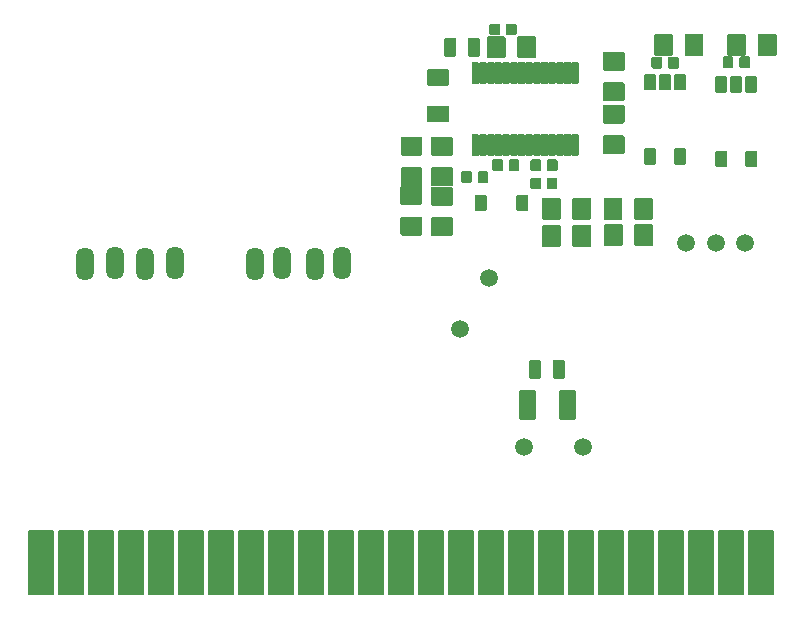
<source format=gbr>
%TF.GenerationSoftware,KiCad,Pcbnew,(5.1.10)-1*%
%TF.CreationDate,2022-07-01T20:44:37+09:00*%
%TF.ProjectId,DriveUnit_B-series(ver1.0),44726976-6555-46e6-9974-5f422d736572,rev?*%
%TF.SameCoordinates,Original*%
%TF.FileFunction,Soldermask,Bot*%
%TF.FilePolarity,Negative*%
%FSLAX46Y46*%
G04 Gerber Fmt 4.6, Leading zero omitted, Abs format (unit mm)*
G04 Created by KiCad (PCBNEW (5.1.10)-1) date 2022-07-01 20:44:37*
%MOMM*%
%LPD*%
G01*
G04 APERTURE LIST*
%ADD10O,1.511200X2.819200*%
%ADD11C,1.511200*%
G04 APERTURE END LIST*
D10*
%TO.C,3813-HA1*%
X129371100Y-100783600D03*
X124291100Y-100783600D03*
%TD*%
%TO.C,3813-HB1*%
X143491100Y-100783600D03*
X138411100Y-100783600D03*
%TD*%
%TO.C,3813-LA1*%
X121711100Y-100863600D03*
X126791100Y-100863600D03*
%TD*%
%TO.C,3813-LB1*%
X136101100Y-100863600D03*
X141181100Y-100863600D03*
%TD*%
%TO.C,IC1*%
G36*
G01*
X163567700Y-83858600D02*
X163567700Y-85508600D01*
G75*
G02*
X163466100Y-85610200I-101600J0D01*
G01*
X163016100Y-85610200D01*
G75*
G02*
X162914500Y-85508600I0J101600D01*
G01*
X162914500Y-83858600D01*
G75*
G02*
X163016100Y-83757000I101600J0D01*
G01*
X163466100Y-83757000D01*
G75*
G02*
X163567700Y-83858600I0J-101600D01*
G01*
G37*
G36*
G01*
X162917700Y-83858600D02*
X162917700Y-85508600D01*
G75*
G02*
X162816100Y-85610200I-101600J0D01*
G01*
X162366100Y-85610200D01*
G75*
G02*
X162264500Y-85508600I0J101600D01*
G01*
X162264500Y-83858600D01*
G75*
G02*
X162366100Y-83757000I101600J0D01*
G01*
X162816100Y-83757000D01*
G75*
G02*
X162917700Y-83858600I0J-101600D01*
G01*
G37*
G36*
G01*
X162267700Y-83858600D02*
X162267700Y-85508600D01*
G75*
G02*
X162166100Y-85610200I-101600J0D01*
G01*
X161716100Y-85610200D01*
G75*
G02*
X161614500Y-85508600I0J101600D01*
G01*
X161614500Y-83858600D01*
G75*
G02*
X161716100Y-83757000I101600J0D01*
G01*
X162166100Y-83757000D01*
G75*
G02*
X162267700Y-83858600I0J-101600D01*
G01*
G37*
G36*
G01*
X161617700Y-83858600D02*
X161617700Y-85508600D01*
G75*
G02*
X161516100Y-85610200I-101600J0D01*
G01*
X161066100Y-85610200D01*
G75*
G02*
X160964500Y-85508600I0J101600D01*
G01*
X160964500Y-83858600D01*
G75*
G02*
X161066100Y-83757000I101600J0D01*
G01*
X161516100Y-83757000D01*
G75*
G02*
X161617700Y-83858600I0J-101600D01*
G01*
G37*
G36*
G01*
X160967700Y-83858600D02*
X160967700Y-85508600D01*
G75*
G02*
X160866100Y-85610200I-101600J0D01*
G01*
X160416100Y-85610200D01*
G75*
G02*
X160314500Y-85508600I0J101600D01*
G01*
X160314500Y-83858600D01*
G75*
G02*
X160416100Y-83757000I101600J0D01*
G01*
X160866100Y-83757000D01*
G75*
G02*
X160967700Y-83858600I0J-101600D01*
G01*
G37*
G36*
G01*
X160317700Y-83858600D02*
X160317700Y-85508600D01*
G75*
G02*
X160216100Y-85610200I-101600J0D01*
G01*
X159766100Y-85610200D01*
G75*
G02*
X159664500Y-85508600I0J101600D01*
G01*
X159664500Y-83858600D01*
G75*
G02*
X159766100Y-83757000I101600J0D01*
G01*
X160216100Y-83757000D01*
G75*
G02*
X160317700Y-83858600I0J-101600D01*
G01*
G37*
G36*
G01*
X159667700Y-83858600D02*
X159667700Y-85508600D01*
G75*
G02*
X159566100Y-85610200I-101600J0D01*
G01*
X159116100Y-85610200D01*
G75*
G02*
X159014500Y-85508600I0J101600D01*
G01*
X159014500Y-83858600D01*
G75*
G02*
X159116100Y-83757000I101600J0D01*
G01*
X159566100Y-83757000D01*
G75*
G02*
X159667700Y-83858600I0J-101600D01*
G01*
G37*
G36*
G01*
X159017700Y-83858600D02*
X159017700Y-85508600D01*
G75*
G02*
X158916100Y-85610200I-101600J0D01*
G01*
X158466100Y-85610200D01*
G75*
G02*
X158364500Y-85508600I0J101600D01*
G01*
X158364500Y-83858600D01*
G75*
G02*
X158466100Y-83757000I101600J0D01*
G01*
X158916100Y-83757000D01*
G75*
G02*
X159017700Y-83858600I0J-101600D01*
G01*
G37*
G36*
G01*
X158367700Y-83858600D02*
X158367700Y-85508600D01*
G75*
G02*
X158266100Y-85610200I-101600J0D01*
G01*
X157816100Y-85610200D01*
G75*
G02*
X157714500Y-85508600I0J101600D01*
G01*
X157714500Y-83858600D01*
G75*
G02*
X157816100Y-83757000I101600J0D01*
G01*
X158266100Y-83757000D01*
G75*
G02*
X158367700Y-83858600I0J-101600D01*
G01*
G37*
G36*
G01*
X157717700Y-83858600D02*
X157717700Y-85508600D01*
G75*
G02*
X157616100Y-85610200I-101600J0D01*
G01*
X157166100Y-85610200D01*
G75*
G02*
X157064500Y-85508600I0J101600D01*
G01*
X157064500Y-83858600D01*
G75*
G02*
X157166100Y-83757000I101600J0D01*
G01*
X157616100Y-83757000D01*
G75*
G02*
X157717700Y-83858600I0J-101600D01*
G01*
G37*
G36*
G01*
X157067700Y-83858600D02*
X157067700Y-85508600D01*
G75*
G02*
X156966100Y-85610200I-101600J0D01*
G01*
X156516100Y-85610200D01*
G75*
G02*
X156414500Y-85508600I0J101600D01*
G01*
X156414500Y-83858600D01*
G75*
G02*
X156516100Y-83757000I101600J0D01*
G01*
X156966100Y-83757000D01*
G75*
G02*
X157067700Y-83858600I0J-101600D01*
G01*
G37*
G36*
G01*
X156417700Y-83858600D02*
X156417700Y-85508600D01*
G75*
G02*
X156316100Y-85610200I-101600J0D01*
G01*
X155866100Y-85610200D01*
G75*
G02*
X155764500Y-85508600I0J101600D01*
G01*
X155764500Y-83858600D01*
G75*
G02*
X155866100Y-83757000I101600J0D01*
G01*
X156316100Y-83757000D01*
G75*
G02*
X156417700Y-83858600I0J-101600D01*
G01*
G37*
G36*
G01*
X155767700Y-83858600D02*
X155767700Y-85508600D01*
G75*
G02*
X155666100Y-85610200I-101600J0D01*
G01*
X155216100Y-85610200D01*
G75*
G02*
X155114500Y-85508600I0J101600D01*
G01*
X155114500Y-83858600D01*
G75*
G02*
X155216100Y-83757000I101600J0D01*
G01*
X155666100Y-83757000D01*
G75*
G02*
X155767700Y-83858600I0J-101600D01*
G01*
G37*
G36*
G01*
X155117700Y-83858600D02*
X155117700Y-85508600D01*
G75*
G02*
X155016100Y-85610200I-101600J0D01*
G01*
X154566100Y-85610200D01*
G75*
G02*
X154464500Y-85508600I0J101600D01*
G01*
X154464500Y-83858600D01*
G75*
G02*
X154566100Y-83757000I101600J0D01*
G01*
X155016100Y-83757000D01*
G75*
G02*
X155117700Y-83858600I0J-101600D01*
G01*
G37*
G36*
G01*
X155117700Y-89958600D02*
X155117700Y-91608600D01*
G75*
G02*
X155016100Y-91710200I-101600J0D01*
G01*
X154566100Y-91710200D01*
G75*
G02*
X154464500Y-91608600I0J101600D01*
G01*
X154464500Y-89958600D01*
G75*
G02*
X154566100Y-89857000I101600J0D01*
G01*
X155016100Y-89857000D01*
G75*
G02*
X155117700Y-89958600I0J-101600D01*
G01*
G37*
G36*
G01*
X155767700Y-89958600D02*
X155767700Y-91608600D01*
G75*
G02*
X155666100Y-91710200I-101600J0D01*
G01*
X155216100Y-91710200D01*
G75*
G02*
X155114500Y-91608600I0J101600D01*
G01*
X155114500Y-89958600D01*
G75*
G02*
X155216100Y-89857000I101600J0D01*
G01*
X155666100Y-89857000D01*
G75*
G02*
X155767700Y-89958600I0J-101600D01*
G01*
G37*
G36*
G01*
X156417700Y-89958600D02*
X156417700Y-91608600D01*
G75*
G02*
X156316100Y-91710200I-101600J0D01*
G01*
X155866100Y-91710200D01*
G75*
G02*
X155764500Y-91608600I0J101600D01*
G01*
X155764500Y-89958600D01*
G75*
G02*
X155866100Y-89857000I101600J0D01*
G01*
X156316100Y-89857000D01*
G75*
G02*
X156417700Y-89958600I0J-101600D01*
G01*
G37*
G36*
G01*
X157067700Y-89958600D02*
X157067700Y-91608600D01*
G75*
G02*
X156966100Y-91710200I-101600J0D01*
G01*
X156516100Y-91710200D01*
G75*
G02*
X156414500Y-91608600I0J101600D01*
G01*
X156414500Y-89958600D01*
G75*
G02*
X156516100Y-89857000I101600J0D01*
G01*
X156966100Y-89857000D01*
G75*
G02*
X157067700Y-89958600I0J-101600D01*
G01*
G37*
G36*
G01*
X157717700Y-89958600D02*
X157717700Y-91608600D01*
G75*
G02*
X157616100Y-91710200I-101600J0D01*
G01*
X157166100Y-91710200D01*
G75*
G02*
X157064500Y-91608600I0J101600D01*
G01*
X157064500Y-89958600D01*
G75*
G02*
X157166100Y-89857000I101600J0D01*
G01*
X157616100Y-89857000D01*
G75*
G02*
X157717700Y-89958600I0J-101600D01*
G01*
G37*
G36*
G01*
X158367700Y-89958600D02*
X158367700Y-91608600D01*
G75*
G02*
X158266100Y-91710200I-101600J0D01*
G01*
X157816100Y-91710200D01*
G75*
G02*
X157714500Y-91608600I0J101600D01*
G01*
X157714500Y-89958600D01*
G75*
G02*
X157816100Y-89857000I101600J0D01*
G01*
X158266100Y-89857000D01*
G75*
G02*
X158367700Y-89958600I0J-101600D01*
G01*
G37*
G36*
G01*
X159017700Y-89958600D02*
X159017700Y-91608600D01*
G75*
G02*
X158916100Y-91710200I-101600J0D01*
G01*
X158466100Y-91710200D01*
G75*
G02*
X158364500Y-91608600I0J101600D01*
G01*
X158364500Y-89958600D01*
G75*
G02*
X158466100Y-89857000I101600J0D01*
G01*
X158916100Y-89857000D01*
G75*
G02*
X159017700Y-89958600I0J-101600D01*
G01*
G37*
G36*
G01*
X159667700Y-89958600D02*
X159667700Y-91608600D01*
G75*
G02*
X159566100Y-91710200I-101600J0D01*
G01*
X159116100Y-91710200D01*
G75*
G02*
X159014500Y-91608600I0J101600D01*
G01*
X159014500Y-89958600D01*
G75*
G02*
X159116100Y-89857000I101600J0D01*
G01*
X159566100Y-89857000D01*
G75*
G02*
X159667700Y-89958600I0J-101600D01*
G01*
G37*
G36*
G01*
X160317700Y-89958600D02*
X160317700Y-91608600D01*
G75*
G02*
X160216100Y-91710200I-101600J0D01*
G01*
X159766100Y-91710200D01*
G75*
G02*
X159664500Y-91608600I0J101600D01*
G01*
X159664500Y-89958600D01*
G75*
G02*
X159766100Y-89857000I101600J0D01*
G01*
X160216100Y-89857000D01*
G75*
G02*
X160317700Y-89958600I0J-101600D01*
G01*
G37*
G36*
G01*
X160967700Y-89958600D02*
X160967700Y-91608600D01*
G75*
G02*
X160866100Y-91710200I-101600J0D01*
G01*
X160416100Y-91710200D01*
G75*
G02*
X160314500Y-91608600I0J101600D01*
G01*
X160314500Y-89958600D01*
G75*
G02*
X160416100Y-89857000I101600J0D01*
G01*
X160866100Y-89857000D01*
G75*
G02*
X160967700Y-89958600I0J-101600D01*
G01*
G37*
G36*
G01*
X161617700Y-89958600D02*
X161617700Y-91608600D01*
G75*
G02*
X161516100Y-91710200I-101600J0D01*
G01*
X161066100Y-91710200D01*
G75*
G02*
X160964500Y-91608600I0J101600D01*
G01*
X160964500Y-89958600D01*
G75*
G02*
X161066100Y-89857000I101600J0D01*
G01*
X161516100Y-89857000D01*
G75*
G02*
X161617700Y-89958600I0J-101600D01*
G01*
G37*
G36*
G01*
X162267700Y-89958600D02*
X162267700Y-91608600D01*
G75*
G02*
X162166100Y-91710200I-101600J0D01*
G01*
X161716100Y-91710200D01*
G75*
G02*
X161614500Y-91608600I0J101600D01*
G01*
X161614500Y-89958600D01*
G75*
G02*
X161716100Y-89857000I101600J0D01*
G01*
X162166100Y-89857000D01*
G75*
G02*
X162267700Y-89958600I0J-101600D01*
G01*
G37*
G36*
G01*
X163567700Y-89958600D02*
X163567700Y-91608600D01*
G75*
G02*
X163466100Y-91710200I-101600J0D01*
G01*
X163016100Y-91710200D01*
G75*
G02*
X162914500Y-91608600I0J101600D01*
G01*
X162914500Y-89958600D01*
G75*
G02*
X163016100Y-89857000I101600J0D01*
G01*
X163466100Y-89857000D01*
G75*
G02*
X163567700Y-89958600I0J-101600D01*
G01*
G37*
G36*
G01*
X162917700Y-89958600D02*
X162917700Y-91608600D01*
G75*
G02*
X162816100Y-91710200I-101600J0D01*
G01*
X162366100Y-91710200D01*
G75*
G02*
X162264500Y-91608600I0J101600D01*
G01*
X162264500Y-89958600D01*
G75*
G02*
X162366100Y-89857000I101600J0D01*
G01*
X162816100Y-89857000D01*
G75*
G02*
X162917700Y-89958600I0J-101600D01*
G01*
G37*
%TD*%
%TO.C,R15*%
G36*
G01*
X152766101Y-95905200D02*
X151116099Y-95905200D01*
G75*
G02*
X151014500Y-95803601I0J101599D01*
G01*
X151014500Y-94403599D01*
G75*
G02*
X151116099Y-94302000I101599J0D01*
G01*
X152766101Y-94302000D01*
G75*
G02*
X152867700Y-94403599I0J-101599D01*
G01*
X152867700Y-95803601D01*
G75*
G02*
X152766101Y-95905200I-101599J0D01*
G01*
G37*
G36*
G01*
X152766101Y-98505200D02*
X151116099Y-98505200D01*
G75*
G02*
X151014500Y-98403601I0J101599D01*
G01*
X151014500Y-97003599D01*
G75*
G02*
X151116099Y-96902000I101599J0D01*
G01*
X152766101Y-96902000D01*
G75*
G02*
X152867700Y-97003599I0J-101599D01*
G01*
X152867700Y-98403601D01*
G75*
G02*
X152766101Y-98505200I-101599J0D01*
G01*
G37*
%TD*%
%TO.C,R16*%
G36*
G01*
X150196101Y-95845200D02*
X148546099Y-95845200D01*
G75*
G02*
X148444500Y-95743601I0J101599D01*
G01*
X148444500Y-94343599D01*
G75*
G02*
X148546099Y-94242000I101599J0D01*
G01*
X150196101Y-94242000D01*
G75*
G02*
X150297700Y-94343599I0J-101599D01*
G01*
X150297700Y-95743601D01*
G75*
G02*
X150196101Y-95845200I-101599J0D01*
G01*
G37*
G36*
G01*
X150196101Y-98445200D02*
X148546099Y-98445200D01*
G75*
G02*
X148444500Y-98343601I0J101599D01*
G01*
X148444500Y-96943599D01*
G75*
G02*
X148546099Y-96842000I101599J0D01*
G01*
X150196101Y-96842000D01*
G75*
G02*
X150297700Y-96943599I0J-101599D01*
G01*
X150297700Y-98343601D01*
G75*
G02*
X150196101Y-98445200I-101599J0D01*
G01*
G37*
%TD*%
%TO.C,R18*%
G36*
G01*
X162012700Y-97658599D02*
X162012700Y-99308601D01*
G75*
G02*
X161911101Y-99410200I-101599J0D01*
G01*
X160511099Y-99410200D01*
G75*
G02*
X160409500Y-99308601I0J101599D01*
G01*
X160409500Y-97658599D01*
G75*
G02*
X160511099Y-97557000I101599J0D01*
G01*
X161911101Y-97557000D01*
G75*
G02*
X162012700Y-97658599I0J-101599D01*
G01*
G37*
G36*
G01*
X164612700Y-97658599D02*
X164612700Y-99308601D01*
G75*
G02*
X164511101Y-99410200I-101599J0D01*
G01*
X163111099Y-99410200D01*
G75*
G02*
X163009500Y-99308601I0J101599D01*
G01*
X163009500Y-97658599D01*
G75*
G02*
X163111099Y-97557000I101599J0D01*
G01*
X164511101Y-97557000D01*
G75*
G02*
X164612700Y-97658599I0J-101599D01*
G01*
G37*
%TD*%
%TO.C,R19*%
G36*
G01*
X167252700Y-97588599D02*
X167252700Y-99238601D01*
G75*
G02*
X167151101Y-99340200I-101599J0D01*
G01*
X165751099Y-99340200D01*
G75*
G02*
X165649500Y-99238601I0J101599D01*
G01*
X165649500Y-97588599D01*
G75*
G02*
X165751099Y-97487000I101599J0D01*
G01*
X167151101Y-97487000D01*
G75*
G02*
X167252700Y-97588599I0J-101599D01*
G01*
G37*
G36*
G01*
X169852700Y-97588599D02*
X169852700Y-99238601D01*
G75*
G02*
X169751101Y-99340200I-101599J0D01*
G01*
X168351099Y-99340200D01*
G75*
G02*
X168249500Y-99238601I0J101599D01*
G01*
X168249500Y-97588599D01*
G75*
G02*
X168351099Y-97487000I101599J0D01*
G01*
X169751101Y-97487000D01*
G75*
G02*
X169852700Y-97588599I0J-101599D01*
G01*
G37*
%TD*%
%TO.C,R1*%
G36*
G01*
X177692700Y-81478599D02*
X177692700Y-83128601D01*
G75*
G02*
X177591101Y-83230200I-101599J0D01*
G01*
X176191099Y-83230200D01*
G75*
G02*
X176089500Y-83128601I0J101599D01*
G01*
X176089500Y-81478599D01*
G75*
G02*
X176191099Y-81377000I101599J0D01*
G01*
X177591101Y-81377000D01*
G75*
G02*
X177692700Y-81478599I0J-101599D01*
G01*
G37*
G36*
G01*
X180292700Y-81478599D02*
X180292700Y-83128601D01*
G75*
G02*
X180191101Y-83230200I-101599J0D01*
G01*
X178791099Y-83230200D01*
G75*
G02*
X178689500Y-83128601I0J101599D01*
G01*
X178689500Y-81478599D01*
G75*
G02*
X178791099Y-81377000I101599J0D01*
G01*
X180191101Y-81377000D01*
G75*
G02*
X180292700Y-81478599I0J-101599D01*
G01*
G37*
%TD*%
%TO.C,R9*%
G36*
G01*
X171502700Y-81478599D02*
X171502700Y-83128601D01*
G75*
G02*
X171401101Y-83230200I-101599J0D01*
G01*
X170001099Y-83230200D01*
G75*
G02*
X169899500Y-83128601I0J101599D01*
G01*
X169899500Y-81478599D01*
G75*
G02*
X170001099Y-81377000I101599J0D01*
G01*
X171401101Y-81377000D01*
G75*
G02*
X171502700Y-81478599I0J-101599D01*
G01*
G37*
G36*
G01*
X174102700Y-81478599D02*
X174102700Y-83128601D01*
G75*
G02*
X174001101Y-83230200I-101599J0D01*
G01*
X172601099Y-83230200D01*
G75*
G02*
X172499500Y-83128601I0J101599D01*
G01*
X172499500Y-81478599D01*
G75*
G02*
X172601099Y-81377000I101599J0D01*
G01*
X174001101Y-81377000D01*
G75*
G02*
X174102700Y-81478599I0J-101599D01*
G01*
G37*
%TD*%
%TO.C,R10*%
G36*
G01*
X162012700Y-95348599D02*
X162012700Y-96998601D01*
G75*
G02*
X161911101Y-97100200I-101599J0D01*
G01*
X160511099Y-97100200D01*
G75*
G02*
X160409500Y-96998601I0J101599D01*
G01*
X160409500Y-95348599D01*
G75*
G02*
X160511099Y-95247000I101599J0D01*
G01*
X161911101Y-95247000D01*
G75*
G02*
X162012700Y-95348599I0J-101599D01*
G01*
G37*
G36*
G01*
X164612700Y-95348599D02*
X164612700Y-96998601D01*
G75*
G02*
X164511101Y-97100200I-101599J0D01*
G01*
X163111099Y-97100200D01*
G75*
G02*
X163009500Y-96998601I0J101599D01*
G01*
X163009500Y-95348599D01*
G75*
G02*
X163111099Y-95247000I101599J0D01*
G01*
X164511101Y-95247000D01*
G75*
G02*
X164612700Y-95348599I0J-101599D01*
G01*
G37*
%TD*%
%TO.C,R12*%
G36*
G01*
X167242700Y-95368599D02*
X167242700Y-97018601D01*
G75*
G02*
X167141101Y-97120200I-101599J0D01*
G01*
X165741099Y-97120200D01*
G75*
G02*
X165639500Y-97018601I0J101599D01*
G01*
X165639500Y-95368599D01*
G75*
G02*
X165741099Y-95267000I101599J0D01*
G01*
X167141101Y-95267000D01*
G75*
G02*
X167242700Y-95368599I0J-101599D01*
G01*
G37*
G36*
G01*
X169842700Y-95368599D02*
X169842700Y-97018601D01*
G75*
G02*
X169741101Y-97120200I-101599J0D01*
G01*
X168341099Y-97120200D01*
G75*
G02*
X168239500Y-97018601I0J101599D01*
G01*
X168239500Y-95368599D01*
G75*
G02*
X168341099Y-95267000I101599J0D01*
G01*
X169741101Y-95267000D01*
G75*
G02*
X169842700Y-95368599I0J-101599D01*
G01*
G37*
%TD*%
%TO.C,R20*%
G36*
G01*
X152776101Y-91685200D02*
X151126099Y-91685200D01*
G75*
G02*
X151024500Y-91583601I0J101599D01*
G01*
X151024500Y-90183599D01*
G75*
G02*
X151126099Y-90082000I101599J0D01*
G01*
X152776101Y-90082000D01*
G75*
G02*
X152877700Y-90183599I0J-101599D01*
G01*
X152877700Y-91583601D01*
G75*
G02*
X152776101Y-91685200I-101599J0D01*
G01*
G37*
G36*
G01*
X152776101Y-94285200D02*
X151126099Y-94285200D01*
G75*
G02*
X151024500Y-94183601I0J101599D01*
G01*
X151024500Y-92783599D01*
G75*
G02*
X151126099Y-92682000I101599J0D01*
G01*
X152776101Y-92682000D01*
G75*
G02*
X152877700Y-92783599I0J-101599D01*
G01*
X152877700Y-94183601D01*
G75*
G02*
X152776101Y-94285200I-101599J0D01*
G01*
G37*
%TD*%
%TO.C,R21*%
G36*
G01*
X150206101Y-91685200D02*
X148556099Y-91685200D01*
G75*
G02*
X148454500Y-91583601I0J101599D01*
G01*
X148454500Y-90183599D01*
G75*
G02*
X148556099Y-90082000I101599J0D01*
G01*
X150206101Y-90082000D01*
G75*
G02*
X150307700Y-90183599I0J-101599D01*
G01*
X150307700Y-91583601D01*
G75*
G02*
X150206101Y-91685200I-101599J0D01*
G01*
G37*
G36*
G01*
X150206101Y-94285200D02*
X148556099Y-94285200D01*
G75*
G02*
X148454500Y-94183601I0J101599D01*
G01*
X148454500Y-92783599D01*
G75*
G02*
X148556099Y-92682000I101599J0D01*
G01*
X150206101Y-92682000D01*
G75*
G02*
X150307700Y-92783599I0J-101599D01*
G01*
X150307700Y-94183601D01*
G75*
G02*
X150206101Y-94285200I-101599J0D01*
G01*
G37*
%TD*%
%TO.C,R13*%
G36*
G01*
X157342700Y-81678599D02*
X157342700Y-83328601D01*
G75*
G02*
X157241101Y-83430200I-101599J0D01*
G01*
X155841099Y-83430200D01*
G75*
G02*
X155739500Y-83328601I0J101599D01*
G01*
X155739500Y-81678599D01*
G75*
G02*
X155841099Y-81577000I101599J0D01*
G01*
X157241101Y-81577000D01*
G75*
G02*
X157342700Y-81678599I0J-101599D01*
G01*
G37*
G36*
G01*
X159942700Y-81678599D02*
X159942700Y-83328601D01*
G75*
G02*
X159841101Y-83430200I-101599J0D01*
G01*
X158441099Y-83430200D01*
G75*
G02*
X158339500Y-83328601I0J101599D01*
G01*
X158339500Y-81678599D01*
G75*
G02*
X158441099Y-81577000I101599J0D01*
G01*
X159841101Y-81577000D01*
G75*
G02*
X159942700Y-81678599I0J-101599D01*
G01*
G37*
%TD*%
%TO.C,R2*%
G36*
G01*
X165666099Y-89962000D02*
X167316101Y-89962000D01*
G75*
G02*
X167417700Y-90063599I0J-101599D01*
G01*
X167417700Y-91463601D01*
G75*
G02*
X167316101Y-91565200I-101599J0D01*
G01*
X165666099Y-91565200D01*
G75*
G02*
X165564500Y-91463601I0J101599D01*
G01*
X165564500Y-90063599D01*
G75*
G02*
X165666099Y-89962000I101599J0D01*
G01*
G37*
G36*
G01*
X165666099Y-87362000D02*
X167316101Y-87362000D01*
G75*
G02*
X167417700Y-87463599I0J-101599D01*
G01*
X167417700Y-88863601D01*
G75*
G02*
X167316101Y-88965200I-101599J0D01*
G01*
X165666099Y-88965200D01*
G75*
G02*
X165564500Y-88863601I0J101599D01*
G01*
X165564500Y-87463599D01*
G75*
G02*
X165666099Y-87362000I101599J0D01*
G01*
G37*
%TD*%
%TO.C,R14*%
G36*
G01*
X165666099Y-85482000D02*
X167316101Y-85482000D01*
G75*
G02*
X167417700Y-85583599I0J-101599D01*
G01*
X167417700Y-86983601D01*
G75*
G02*
X167316101Y-87085200I-101599J0D01*
G01*
X165666099Y-87085200D01*
G75*
G02*
X165564500Y-86983601I0J101599D01*
G01*
X165564500Y-85583599D01*
G75*
G02*
X165666099Y-85482000I101599J0D01*
G01*
G37*
G36*
G01*
X165666099Y-82882000D02*
X167316101Y-82882000D01*
G75*
G02*
X167417700Y-82983599I0J-101599D01*
G01*
X167417700Y-84383601D01*
G75*
G02*
X167316101Y-84485200I-101599J0D01*
G01*
X165666099Y-84485200D01*
G75*
G02*
X165564500Y-84383601I0J101599D01*
G01*
X165564500Y-82983599D01*
G75*
G02*
X165666099Y-82882000I101599J0D01*
G01*
G37*
%TD*%
%TO.C,D1*%
G36*
G01*
X158248240Y-96296880D02*
X158248240Y-95076880D01*
G75*
G02*
X158349840Y-94975280I101600J0D01*
G01*
X159129840Y-94975280D01*
G75*
G02*
X159231440Y-95076880I0J-101600D01*
G01*
X159231440Y-96296880D01*
G75*
G02*
X159129840Y-96398480I-101600J0D01*
G01*
X158349840Y-96398480D01*
G75*
G02*
X158248240Y-96296880I0J101600D01*
G01*
G37*
G36*
G01*
X154768240Y-96296880D02*
X154768240Y-95076880D01*
G75*
G02*
X154869840Y-94975280I101600J0D01*
G01*
X155649840Y-94975280D01*
G75*
G02*
X155751440Y-95076880I0J-101600D01*
G01*
X155751440Y-96296880D01*
G75*
G02*
X155649840Y-96398480I-101600J0D01*
G01*
X154869840Y-96398480D01*
G75*
G02*
X154768240Y-96296880I0J101600D01*
G01*
G37*
%TD*%
D11*
%TO.C,SW4*%
X177641100Y-99073600D03*
X172641100Y-99073600D03*
X175141100Y-99073600D03*
%TD*%
%TO.C,TLP1*%
G36*
G01*
X177392700Y-85053600D02*
X177392700Y-86253600D01*
G75*
G02*
X177291100Y-86355200I-101600J0D01*
G01*
X176491100Y-86355200D01*
G75*
G02*
X176389500Y-86253600I0J101600D01*
G01*
X176389500Y-85053600D01*
G75*
G02*
X176491100Y-84952000I101600J0D01*
G01*
X177291100Y-84952000D01*
G75*
G02*
X177392700Y-85053600I0J-101600D01*
G01*
G37*
G36*
G01*
X176122700Y-85053600D02*
X176122700Y-86253600D01*
G75*
G02*
X176021100Y-86355200I-101600J0D01*
G01*
X175221100Y-86355200D01*
G75*
G02*
X175119500Y-86253600I0J101600D01*
G01*
X175119500Y-85053600D01*
G75*
G02*
X175221100Y-84952000I101600J0D01*
G01*
X176021100Y-84952000D01*
G75*
G02*
X176122700Y-85053600I0J-101600D01*
G01*
G37*
G36*
G01*
X176122700Y-91353600D02*
X176122700Y-92553600D01*
G75*
G02*
X176021100Y-92655200I-101600J0D01*
G01*
X175221100Y-92655200D01*
G75*
G02*
X175119500Y-92553600I0J101600D01*
G01*
X175119500Y-91353600D01*
G75*
G02*
X175221100Y-91252000I101600J0D01*
G01*
X176021100Y-91252000D01*
G75*
G02*
X176122700Y-91353600I0J-101600D01*
G01*
G37*
G36*
G01*
X178662700Y-85053600D02*
X178662700Y-86253600D01*
G75*
G02*
X178561100Y-86355200I-101600J0D01*
G01*
X177761100Y-86355200D01*
G75*
G02*
X177659500Y-86253600I0J101600D01*
G01*
X177659500Y-85053600D01*
G75*
G02*
X177761100Y-84952000I101600J0D01*
G01*
X178561100Y-84952000D01*
G75*
G02*
X178662700Y-85053600I0J-101600D01*
G01*
G37*
G36*
G01*
X178662700Y-91353600D02*
X178662700Y-92553600D01*
G75*
G02*
X178561100Y-92655200I-101600J0D01*
G01*
X177761100Y-92655200D01*
G75*
G02*
X177659500Y-92553600I0J101600D01*
G01*
X177659500Y-91353600D01*
G75*
G02*
X177761100Y-91252000I101600J0D01*
G01*
X178561100Y-91252000D01*
G75*
G02*
X178662700Y-91353600I0J-101600D01*
G01*
G37*
%TD*%
%TO.C,TLP2*%
G36*
G01*
X171342700Y-84853600D02*
X171342700Y-86053600D01*
G75*
G02*
X171241100Y-86155200I-101600J0D01*
G01*
X170441100Y-86155200D01*
G75*
G02*
X170339500Y-86053600I0J101600D01*
G01*
X170339500Y-84853600D01*
G75*
G02*
X170441100Y-84752000I101600J0D01*
G01*
X171241100Y-84752000D01*
G75*
G02*
X171342700Y-84853600I0J-101600D01*
G01*
G37*
G36*
G01*
X170072700Y-84853600D02*
X170072700Y-86053600D01*
G75*
G02*
X169971100Y-86155200I-101600J0D01*
G01*
X169171100Y-86155200D01*
G75*
G02*
X169069500Y-86053600I0J101600D01*
G01*
X169069500Y-84853600D01*
G75*
G02*
X169171100Y-84752000I101600J0D01*
G01*
X169971100Y-84752000D01*
G75*
G02*
X170072700Y-84853600I0J-101600D01*
G01*
G37*
G36*
G01*
X170072700Y-91153600D02*
X170072700Y-92353600D01*
G75*
G02*
X169971100Y-92455200I-101600J0D01*
G01*
X169171100Y-92455200D01*
G75*
G02*
X169069500Y-92353600I0J101600D01*
G01*
X169069500Y-91153600D01*
G75*
G02*
X169171100Y-91052000I101600J0D01*
G01*
X169971100Y-91052000D01*
G75*
G02*
X170072700Y-91153600I0J-101600D01*
G01*
G37*
G36*
G01*
X172612700Y-84853600D02*
X172612700Y-86053600D01*
G75*
G02*
X172511100Y-86155200I-101600J0D01*
G01*
X171711100Y-86155200D01*
G75*
G02*
X171609500Y-86053600I0J101600D01*
G01*
X171609500Y-84853600D01*
G75*
G02*
X171711100Y-84752000I101600J0D01*
G01*
X172511100Y-84752000D01*
G75*
G02*
X172612700Y-84853600I0J-101600D01*
G01*
G37*
G36*
G01*
X172612700Y-91153600D02*
X172612700Y-92353600D01*
G75*
G02*
X172511100Y-92455200I-101600J0D01*
G01*
X171711100Y-92455200D01*
G75*
G02*
X171609500Y-92353600I0J101600D01*
G01*
X171609500Y-91153600D01*
G75*
G02*
X171711100Y-91052000I101600J0D01*
G01*
X172511100Y-91052000D01*
G75*
G02*
X172612700Y-91153600I0J-101600D01*
G01*
G37*
%TD*%
%TO.C,C1*%
G36*
G01*
X177139500Y-84183600D02*
X177139500Y-83383600D01*
G75*
G02*
X177241100Y-83282000I101600J0D01*
G01*
X177941100Y-83282000D01*
G75*
G02*
X178042700Y-83383600I0J-101600D01*
G01*
X178042700Y-84183600D01*
G75*
G02*
X177941100Y-84285200I-101600J0D01*
G01*
X177241100Y-84285200D01*
G75*
G02*
X177139500Y-84183600I0J101600D01*
G01*
G37*
G36*
G01*
X175739500Y-84183600D02*
X175739500Y-83383600D01*
G75*
G02*
X175841100Y-83282000I101600J0D01*
G01*
X176541100Y-83282000D01*
G75*
G02*
X176642700Y-83383600I0J-101600D01*
G01*
X176642700Y-84183600D01*
G75*
G02*
X176541100Y-84285200I-101600J0D01*
G01*
X175841100Y-84285200D01*
G75*
G02*
X175739500Y-84183600I0J101600D01*
G01*
G37*
%TD*%
%TO.C,C2*%
G36*
G01*
X171099500Y-84203600D02*
X171099500Y-83403600D01*
G75*
G02*
X171201100Y-83302000I101600J0D01*
G01*
X171901100Y-83302000D01*
G75*
G02*
X172002700Y-83403600I0J-101600D01*
G01*
X172002700Y-84203600D01*
G75*
G02*
X171901100Y-84305200I-101600J0D01*
G01*
X171201100Y-84305200D01*
G75*
G02*
X171099500Y-84203600I0J101600D01*
G01*
G37*
G36*
G01*
X169699500Y-84203600D02*
X169699500Y-83403600D01*
G75*
G02*
X169801100Y-83302000I101600J0D01*
G01*
X170501100Y-83302000D01*
G75*
G02*
X170602700Y-83403600I0J-101600D01*
G01*
X170602700Y-84203600D01*
G75*
G02*
X170501100Y-84305200I-101600J0D01*
G01*
X169801100Y-84305200D01*
G75*
G02*
X169699500Y-84203600I0J101600D01*
G01*
G37*
%TD*%
%TO.C,C3*%
G36*
G01*
X157379500Y-81403600D02*
X157379500Y-80603600D01*
G75*
G02*
X157481100Y-80502000I101600J0D01*
G01*
X158181100Y-80502000D01*
G75*
G02*
X158282700Y-80603600I0J-101600D01*
G01*
X158282700Y-81403600D01*
G75*
G02*
X158181100Y-81505200I-101600J0D01*
G01*
X157481100Y-81505200D01*
G75*
G02*
X157379500Y-81403600I0J101600D01*
G01*
G37*
G36*
G01*
X155979500Y-81403600D02*
X155979500Y-80603600D01*
G75*
G02*
X156081100Y-80502000I101600J0D01*
G01*
X156781100Y-80502000D01*
G75*
G02*
X156882700Y-80603600I0J-101600D01*
G01*
X156882700Y-81403600D01*
G75*
G02*
X156781100Y-81505200I-101600J0D01*
G01*
X156081100Y-81505200D01*
G75*
G02*
X155979500Y-81403600I0J101600D01*
G01*
G37*
%TD*%
%TO.C,C4*%
G36*
G01*
X160342700Y-93633600D02*
X160342700Y-94433600D01*
G75*
G02*
X160241100Y-94535200I-101600J0D01*
G01*
X159541100Y-94535200D01*
G75*
G02*
X159439500Y-94433600I0J101600D01*
G01*
X159439500Y-93633600D01*
G75*
G02*
X159541100Y-93532000I101600J0D01*
G01*
X160241100Y-93532000D01*
G75*
G02*
X160342700Y-93633600I0J-101600D01*
G01*
G37*
G36*
G01*
X161742700Y-93633600D02*
X161742700Y-94433600D01*
G75*
G02*
X161641100Y-94535200I-101600J0D01*
G01*
X160941100Y-94535200D01*
G75*
G02*
X160839500Y-94433600I0J101600D01*
G01*
X160839500Y-93633600D01*
G75*
G02*
X160941100Y-93532000I101600J0D01*
G01*
X161641100Y-93532000D01*
G75*
G02*
X161742700Y-93633600I0J-101600D01*
G01*
G37*
%TD*%
%TO.C,C5*%
G36*
G01*
X154979500Y-93903600D02*
X154979500Y-93103600D01*
G75*
G02*
X155081100Y-93002000I101600J0D01*
G01*
X155781100Y-93002000D01*
G75*
G02*
X155882700Y-93103600I0J-101600D01*
G01*
X155882700Y-93903600D01*
G75*
G02*
X155781100Y-94005200I-101600J0D01*
G01*
X155081100Y-94005200D01*
G75*
G02*
X154979500Y-93903600I0J101600D01*
G01*
G37*
G36*
G01*
X153579500Y-93903600D02*
X153579500Y-93103600D01*
G75*
G02*
X153681100Y-93002000I101600J0D01*
G01*
X154381100Y-93002000D01*
G75*
G02*
X154482700Y-93103600I0J-101600D01*
G01*
X154482700Y-93903600D01*
G75*
G02*
X154381100Y-94005200I-101600J0D01*
G01*
X153681100Y-94005200D01*
G75*
G02*
X153579500Y-93903600I0J101600D01*
G01*
G37*
%TD*%
%TO.C,C7*%
G36*
G01*
X160849500Y-92903600D02*
X160849500Y-92103600D01*
G75*
G02*
X160951100Y-92002000I101600J0D01*
G01*
X161651100Y-92002000D01*
G75*
G02*
X161752700Y-92103600I0J-101600D01*
G01*
X161752700Y-92903600D01*
G75*
G02*
X161651100Y-93005200I-101600J0D01*
G01*
X160951100Y-93005200D01*
G75*
G02*
X160849500Y-92903600I0J101600D01*
G01*
G37*
G36*
G01*
X159449500Y-92903600D02*
X159449500Y-92103600D01*
G75*
G02*
X159551100Y-92002000I101600J0D01*
G01*
X160251100Y-92002000D01*
G75*
G02*
X160352700Y-92103600I0J-101600D01*
G01*
X160352700Y-92903600D01*
G75*
G02*
X160251100Y-93005200I-101600J0D01*
G01*
X159551100Y-93005200D01*
G75*
G02*
X159449500Y-92903600I0J101600D01*
G01*
G37*
%TD*%
%TO.C,C8*%
G36*
G01*
X157122700Y-92103600D02*
X157122700Y-92903600D01*
G75*
G02*
X157021100Y-93005200I-101600J0D01*
G01*
X156321100Y-93005200D01*
G75*
G02*
X156219500Y-92903600I0J101600D01*
G01*
X156219500Y-92103600D01*
G75*
G02*
X156321100Y-92002000I101600J0D01*
G01*
X157021100Y-92002000D01*
G75*
G02*
X157122700Y-92103600I0J-101600D01*
G01*
G37*
G36*
G01*
X158522700Y-92103600D02*
X158522700Y-92903600D01*
G75*
G02*
X158421100Y-93005200I-101600J0D01*
G01*
X157721100Y-93005200D01*
G75*
G02*
X157619500Y-92903600I0J101600D01*
G01*
X157619500Y-92103600D01*
G75*
G02*
X157721100Y-92002000I101600J0D01*
G01*
X158421100Y-92002000D01*
G75*
G02*
X158522700Y-92103600I0J-101600D01*
G01*
G37*
%TD*%
%TO.C,C9*%
G36*
G01*
X152481100Y-85765200D02*
X150781100Y-85765200D01*
G75*
G02*
X150679500Y-85663600I0J101600D01*
G01*
X150679500Y-84463600D01*
G75*
G02*
X150781100Y-84362000I101600J0D01*
G01*
X152481100Y-84362000D01*
G75*
G02*
X152582700Y-84463600I0J-101600D01*
G01*
X152582700Y-85663600D01*
G75*
G02*
X152481100Y-85765200I-101600J0D01*
G01*
G37*
G36*
G01*
X152481100Y-88865200D02*
X150781100Y-88865200D01*
G75*
G02*
X150679500Y-88763600I0J101600D01*
G01*
X150679500Y-87563600D01*
G75*
G02*
X150781100Y-87462000I101600J0D01*
G01*
X152481100Y-87462000D01*
G75*
G02*
X152582700Y-87563600I0J-101600D01*
G01*
X152582700Y-88763600D01*
G75*
G02*
X152481100Y-88865200I-101600J0D01*
G01*
G37*
%TD*%
%TO.C,C6*%
G36*
G01*
X154149500Y-83203600D02*
X154149500Y-81803600D01*
G75*
G02*
X154251100Y-81702000I101600J0D01*
G01*
X155051100Y-81702000D01*
G75*
G02*
X155152700Y-81803600I0J-101600D01*
G01*
X155152700Y-83203600D01*
G75*
G02*
X155051100Y-83305200I-101600J0D01*
G01*
X154251100Y-83305200D01*
G75*
G02*
X154149500Y-83203600I0J101600D01*
G01*
G37*
G36*
G01*
X152149500Y-83203600D02*
X152149500Y-81803600D01*
G75*
G02*
X152251100Y-81702000I101600J0D01*
G01*
X153051100Y-81702000D01*
G75*
G02*
X153152700Y-81803600I0J-101600D01*
G01*
X153152700Y-83203600D01*
G75*
G02*
X153051100Y-83305200I-101600J0D01*
G01*
X152251100Y-83305200D01*
G75*
G02*
X152149500Y-83203600I0J101600D01*
G01*
G37*
%TD*%
%TO.C,C10*%
X155971100Y-102026199D03*
X153471100Y-106356327D03*
%TD*%
%TO.C,C11*%
X163917000Y-116332000D03*
X158917000Y-116332000D03*
%TD*%
%TO.C,C13*%
G36*
G01*
X161349500Y-110473600D02*
X161349500Y-109073600D01*
G75*
G02*
X161451100Y-108972000I101600J0D01*
G01*
X162251100Y-108972000D01*
G75*
G02*
X162352700Y-109073600I0J-101600D01*
G01*
X162352700Y-110473600D01*
G75*
G02*
X162251100Y-110575200I-101600J0D01*
G01*
X161451100Y-110575200D01*
G75*
G02*
X161349500Y-110473600I0J101600D01*
G01*
G37*
G36*
G01*
X159349500Y-110473600D02*
X159349500Y-109073600D01*
G75*
G02*
X159451100Y-108972000I101600J0D01*
G01*
X160251100Y-108972000D01*
G75*
G02*
X160352700Y-109073600I0J-101600D01*
G01*
X160352700Y-110473600D01*
G75*
G02*
X160251100Y-110575200I-101600J0D01*
G01*
X159451100Y-110575200D01*
G75*
G02*
X159349500Y-110473600I0J101600D01*
G01*
G37*
%TD*%
%TO.C,C12*%
G36*
G01*
X161899500Y-113943600D02*
X161899500Y-111643600D01*
G75*
G02*
X162001100Y-111542000I101600J0D01*
G01*
X163201100Y-111542000D01*
G75*
G02*
X163302700Y-111643600I0J-101600D01*
G01*
X163302700Y-113943600D01*
G75*
G02*
X163201100Y-114045200I-101600J0D01*
G01*
X162001100Y-114045200D01*
G75*
G02*
X161899500Y-113943600I0J101600D01*
G01*
G37*
G36*
G01*
X158499500Y-113943600D02*
X158499500Y-111643600D01*
G75*
G02*
X158601100Y-111542000I101600J0D01*
G01*
X159801100Y-111542000D01*
G75*
G02*
X159902700Y-111643600I0J-101600D01*
G01*
X159902700Y-113943600D01*
G75*
G02*
X159801100Y-114045200I-101600J0D01*
G01*
X158601100Y-114045200D01*
G75*
G02*
X158499500Y-113943600I0J101600D01*
G01*
G37*
%TD*%
%TO.C,EDGE1*%
G36*
G01*
X116919500Y-128803600D02*
X116919500Y-123503600D01*
G75*
G02*
X117021100Y-123402000I101600J0D01*
G01*
X119021100Y-123402000D01*
G75*
G02*
X119122700Y-123503600I0J-101600D01*
G01*
X119122700Y-128803600D01*
G75*
G02*
X119021100Y-128905200I-101600J0D01*
G01*
X117021100Y-128905200D01*
G75*
G02*
X116919500Y-128803600I0J101600D01*
G01*
G37*
G36*
G01*
X119459500Y-128803600D02*
X119459500Y-123503600D01*
G75*
G02*
X119561100Y-123402000I101600J0D01*
G01*
X121561100Y-123402000D01*
G75*
G02*
X121662700Y-123503600I0J-101600D01*
G01*
X121662700Y-128803600D01*
G75*
G02*
X121561100Y-128905200I-101600J0D01*
G01*
X119561100Y-128905200D01*
G75*
G02*
X119459500Y-128803600I0J101600D01*
G01*
G37*
G36*
G01*
X121999500Y-128803600D02*
X121999500Y-123503600D01*
G75*
G02*
X122101100Y-123402000I101600J0D01*
G01*
X124101100Y-123402000D01*
G75*
G02*
X124202700Y-123503600I0J-101600D01*
G01*
X124202700Y-128803600D01*
G75*
G02*
X124101100Y-128905200I-101600J0D01*
G01*
X122101100Y-128905200D01*
G75*
G02*
X121999500Y-128803600I0J101600D01*
G01*
G37*
G36*
G01*
X124539500Y-128803600D02*
X124539500Y-123503600D01*
G75*
G02*
X124641100Y-123402000I101600J0D01*
G01*
X126641100Y-123402000D01*
G75*
G02*
X126742700Y-123503600I0J-101600D01*
G01*
X126742700Y-128803600D01*
G75*
G02*
X126641100Y-128905200I-101600J0D01*
G01*
X124641100Y-128905200D01*
G75*
G02*
X124539500Y-128803600I0J101600D01*
G01*
G37*
G36*
G01*
X127079500Y-128803600D02*
X127079500Y-123503600D01*
G75*
G02*
X127181100Y-123402000I101600J0D01*
G01*
X129181100Y-123402000D01*
G75*
G02*
X129282700Y-123503600I0J-101600D01*
G01*
X129282700Y-128803600D01*
G75*
G02*
X129181100Y-128905200I-101600J0D01*
G01*
X127181100Y-128905200D01*
G75*
G02*
X127079500Y-128803600I0J101600D01*
G01*
G37*
G36*
G01*
X129619500Y-128803600D02*
X129619500Y-123503600D01*
G75*
G02*
X129721100Y-123402000I101600J0D01*
G01*
X131721100Y-123402000D01*
G75*
G02*
X131822700Y-123503600I0J-101600D01*
G01*
X131822700Y-128803600D01*
G75*
G02*
X131721100Y-128905200I-101600J0D01*
G01*
X129721100Y-128905200D01*
G75*
G02*
X129619500Y-128803600I0J101600D01*
G01*
G37*
G36*
G01*
X132159500Y-128803600D02*
X132159500Y-123503600D01*
G75*
G02*
X132261100Y-123402000I101600J0D01*
G01*
X134261100Y-123402000D01*
G75*
G02*
X134362700Y-123503600I0J-101600D01*
G01*
X134362700Y-128803600D01*
G75*
G02*
X134261100Y-128905200I-101600J0D01*
G01*
X132261100Y-128905200D01*
G75*
G02*
X132159500Y-128803600I0J101600D01*
G01*
G37*
G36*
G01*
X134699500Y-128803600D02*
X134699500Y-123503600D01*
G75*
G02*
X134801100Y-123402000I101600J0D01*
G01*
X136801100Y-123402000D01*
G75*
G02*
X136902700Y-123503600I0J-101600D01*
G01*
X136902700Y-128803600D01*
G75*
G02*
X136801100Y-128905200I-101600J0D01*
G01*
X134801100Y-128905200D01*
G75*
G02*
X134699500Y-128803600I0J101600D01*
G01*
G37*
G36*
G01*
X137239500Y-128803600D02*
X137239500Y-123503600D01*
G75*
G02*
X137341100Y-123402000I101600J0D01*
G01*
X139341100Y-123402000D01*
G75*
G02*
X139442700Y-123503600I0J-101600D01*
G01*
X139442700Y-128803600D01*
G75*
G02*
X139341100Y-128905200I-101600J0D01*
G01*
X137341100Y-128905200D01*
G75*
G02*
X137239500Y-128803600I0J101600D01*
G01*
G37*
G36*
G01*
X139779500Y-128803600D02*
X139779500Y-123503600D01*
G75*
G02*
X139881100Y-123402000I101600J0D01*
G01*
X141881100Y-123402000D01*
G75*
G02*
X141982700Y-123503600I0J-101600D01*
G01*
X141982700Y-128803600D01*
G75*
G02*
X141881100Y-128905200I-101600J0D01*
G01*
X139881100Y-128905200D01*
G75*
G02*
X139779500Y-128803600I0J101600D01*
G01*
G37*
G36*
G01*
X142319500Y-128803600D02*
X142319500Y-123503600D01*
G75*
G02*
X142421100Y-123402000I101600J0D01*
G01*
X144421100Y-123402000D01*
G75*
G02*
X144522700Y-123503600I0J-101600D01*
G01*
X144522700Y-128803600D01*
G75*
G02*
X144421100Y-128905200I-101600J0D01*
G01*
X142421100Y-128905200D01*
G75*
G02*
X142319500Y-128803600I0J101600D01*
G01*
G37*
G36*
G01*
X144859500Y-128803600D02*
X144859500Y-123503600D01*
G75*
G02*
X144961100Y-123402000I101600J0D01*
G01*
X146961100Y-123402000D01*
G75*
G02*
X147062700Y-123503600I0J-101600D01*
G01*
X147062700Y-128803600D01*
G75*
G02*
X146961100Y-128905200I-101600J0D01*
G01*
X144961100Y-128905200D01*
G75*
G02*
X144859500Y-128803600I0J101600D01*
G01*
G37*
G36*
G01*
X147399500Y-128803600D02*
X147399500Y-123503600D01*
G75*
G02*
X147501100Y-123402000I101600J0D01*
G01*
X149501100Y-123402000D01*
G75*
G02*
X149602700Y-123503600I0J-101600D01*
G01*
X149602700Y-128803600D01*
G75*
G02*
X149501100Y-128905200I-101600J0D01*
G01*
X147501100Y-128905200D01*
G75*
G02*
X147399500Y-128803600I0J101600D01*
G01*
G37*
G36*
G01*
X149939500Y-128803600D02*
X149939500Y-123503600D01*
G75*
G02*
X150041100Y-123402000I101600J0D01*
G01*
X152041100Y-123402000D01*
G75*
G02*
X152142700Y-123503600I0J-101600D01*
G01*
X152142700Y-128803600D01*
G75*
G02*
X152041100Y-128905200I-101600J0D01*
G01*
X150041100Y-128905200D01*
G75*
G02*
X149939500Y-128803600I0J101600D01*
G01*
G37*
G36*
G01*
X152479500Y-128803600D02*
X152479500Y-123503600D01*
G75*
G02*
X152581100Y-123402000I101600J0D01*
G01*
X154581100Y-123402000D01*
G75*
G02*
X154682700Y-123503600I0J-101600D01*
G01*
X154682700Y-128803600D01*
G75*
G02*
X154581100Y-128905200I-101600J0D01*
G01*
X152581100Y-128905200D01*
G75*
G02*
X152479500Y-128803600I0J101600D01*
G01*
G37*
G36*
G01*
X155019500Y-128803600D02*
X155019500Y-123503600D01*
G75*
G02*
X155121100Y-123402000I101600J0D01*
G01*
X157121100Y-123402000D01*
G75*
G02*
X157222700Y-123503600I0J-101600D01*
G01*
X157222700Y-128803600D01*
G75*
G02*
X157121100Y-128905200I-101600J0D01*
G01*
X155121100Y-128905200D01*
G75*
G02*
X155019500Y-128803600I0J101600D01*
G01*
G37*
G36*
G01*
X157559500Y-128803600D02*
X157559500Y-123503600D01*
G75*
G02*
X157661100Y-123402000I101600J0D01*
G01*
X159661100Y-123402000D01*
G75*
G02*
X159762700Y-123503600I0J-101600D01*
G01*
X159762700Y-128803600D01*
G75*
G02*
X159661100Y-128905200I-101600J0D01*
G01*
X157661100Y-128905200D01*
G75*
G02*
X157559500Y-128803600I0J101600D01*
G01*
G37*
G36*
G01*
X160099500Y-128803600D02*
X160099500Y-123503600D01*
G75*
G02*
X160201100Y-123402000I101600J0D01*
G01*
X162201100Y-123402000D01*
G75*
G02*
X162302700Y-123503600I0J-101600D01*
G01*
X162302700Y-128803600D01*
G75*
G02*
X162201100Y-128905200I-101600J0D01*
G01*
X160201100Y-128905200D01*
G75*
G02*
X160099500Y-128803600I0J101600D01*
G01*
G37*
G36*
G01*
X162639500Y-128803600D02*
X162639500Y-123503600D01*
G75*
G02*
X162741100Y-123402000I101600J0D01*
G01*
X164741100Y-123402000D01*
G75*
G02*
X164842700Y-123503600I0J-101600D01*
G01*
X164842700Y-128803600D01*
G75*
G02*
X164741100Y-128905200I-101600J0D01*
G01*
X162741100Y-128905200D01*
G75*
G02*
X162639500Y-128803600I0J101600D01*
G01*
G37*
G36*
G01*
X165179500Y-128803600D02*
X165179500Y-123503600D01*
G75*
G02*
X165281100Y-123402000I101600J0D01*
G01*
X167281100Y-123402000D01*
G75*
G02*
X167382700Y-123503600I0J-101600D01*
G01*
X167382700Y-128803600D01*
G75*
G02*
X167281100Y-128905200I-101600J0D01*
G01*
X165281100Y-128905200D01*
G75*
G02*
X165179500Y-128803600I0J101600D01*
G01*
G37*
G36*
G01*
X167719500Y-128803600D02*
X167719500Y-123503600D01*
G75*
G02*
X167821100Y-123402000I101600J0D01*
G01*
X169821100Y-123402000D01*
G75*
G02*
X169922700Y-123503600I0J-101600D01*
G01*
X169922700Y-128803600D01*
G75*
G02*
X169821100Y-128905200I-101600J0D01*
G01*
X167821100Y-128905200D01*
G75*
G02*
X167719500Y-128803600I0J101600D01*
G01*
G37*
G36*
G01*
X170259500Y-128803600D02*
X170259500Y-123503600D01*
G75*
G02*
X170361100Y-123402000I101600J0D01*
G01*
X172361100Y-123402000D01*
G75*
G02*
X172462700Y-123503600I0J-101600D01*
G01*
X172462700Y-128803600D01*
G75*
G02*
X172361100Y-128905200I-101600J0D01*
G01*
X170361100Y-128905200D01*
G75*
G02*
X170259500Y-128803600I0J101600D01*
G01*
G37*
G36*
G01*
X172799500Y-128803600D02*
X172799500Y-123503600D01*
G75*
G02*
X172901100Y-123402000I101600J0D01*
G01*
X174901100Y-123402000D01*
G75*
G02*
X175002700Y-123503600I0J-101600D01*
G01*
X175002700Y-128803600D01*
G75*
G02*
X174901100Y-128905200I-101600J0D01*
G01*
X172901100Y-128905200D01*
G75*
G02*
X172799500Y-128803600I0J101600D01*
G01*
G37*
G36*
G01*
X175339500Y-128803600D02*
X175339500Y-123503600D01*
G75*
G02*
X175441100Y-123402000I101600J0D01*
G01*
X177441100Y-123402000D01*
G75*
G02*
X177542700Y-123503600I0J-101600D01*
G01*
X177542700Y-128803600D01*
G75*
G02*
X177441100Y-128905200I-101600J0D01*
G01*
X175441100Y-128905200D01*
G75*
G02*
X175339500Y-128803600I0J101600D01*
G01*
G37*
G36*
G01*
X177879500Y-128803600D02*
X177879500Y-123503600D01*
G75*
G02*
X177981100Y-123402000I101600J0D01*
G01*
X179981100Y-123402000D01*
G75*
G02*
X180082700Y-123503600I0J-101600D01*
G01*
X180082700Y-128803600D01*
G75*
G02*
X179981100Y-128905200I-101600J0D01*
G01*
X177981100Y-128905200D01*
G75*
G02*
X177879500Y-128803600I0J101600D01*
G01*
G37*
%TD*%
M02*

</source>
